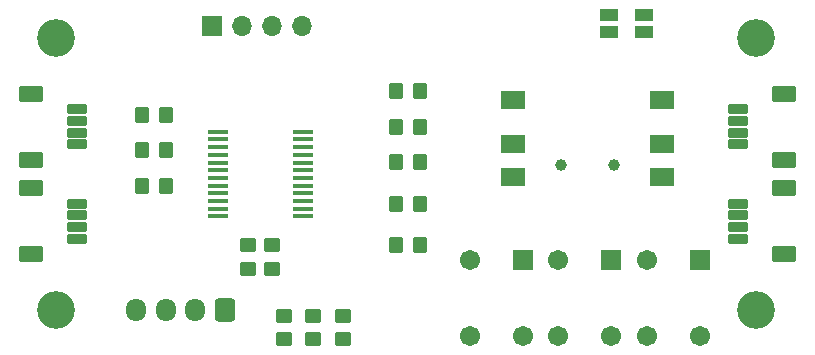
<source format=gbr>
%TF.GenerationSoftware,KiCad,Pcbnew,8.0.3*%
%TF.CreationDate,2024-10-26T21:30:25-07:00*%
%TF.ProjectId,oled_controller,6f6c6564-5f63-46f6-9e74-726f6c6c6572,rev?*%
%TF.SameCoordinates,Original*%
%TF.FileFunction,Soldermask,Top*%
%TF.FilePolarity,Negative*%
%FSLAX46Y46*%
G04 Gerber Fmt 4.6, Leading zero omitted, Abs format (unit mm)*
G04 Created by KiCad (PCBNEW 8.0.3) date 2024-10-26 21:30:25*
%MOMM*%
%LPD*%
G01*
G04 APERTURE LIST*
G04 Aperture macros list*
%AMRoundRect*
0 Rectangle with rounded corners*
0 $1 Rounding radius*
0 $2 $3 $4 $5 $6 $7 $8 $9 X,Y pos of 4 corners*
0 Add a 4 corners polygon primitive as box body*
4,1,4,$2,$3,$4,$5,$6,$7,$8,$9,$2,$3,0*
0 Add four circle primitives for the rounded corners*
1,1,$1+$1,$2,$3*
1,1,$1+$1,$4,$5*
1,1,$1+$1,$6,$7*
1,1,$1+$1,$8,$9*
0 Add four rect primitives between the rounded corners*
20,1,$1+$1,$2,$3,$4,$5,0*
20,1,$1+$1,$4,$5,$6,$7,0*
20,1,$1+$1,$6,$7,$8,$9,0*
20,1,$1+$1,$8,$9,$2,$3,0*%
G04 Aperture macros list end*
%ADD10C,1.000000*%
%ADD11R,2.000000X1.500000*%
%ADD12RoundRect,0.250000X0.450000X-0.350000X0.450000X0.350000X-0.450000X0.350000X-0.450000X-0.350000X0*%
%ADD13C,3.200000*%
%ADD14RoundRect,0.250000X-0.350000X-0.450000X0.350000X-0.450000X0.350000X0.450000X-0.350000X0.450000X0*%
%ADD15RoundRect,0.102000X0.775000X-0.300000X0.775000X0.300000X-0.775000X0.300000X-0.775000X-0.300000X0*%
%ADD16RoundRect,0.102000X0.900000X-0.600000X0.900000X0.600000X-0.900000X0.600000X-0.900000X-0.600000X0*%
%ADD17RoundRect,0.102000X-0.754000X0.754000X-0.754000X-0.754000X0.754000X-0.754000X0.754000X0.754000X0*%
%ADD18C,1.712000*%
%ADD19RoundRect,0.250000X-0.450000X0.350000X-0.450000X-0.350000X0.450000X-0.350000X0.450000X0.350000X0*%
%ADD20R,1.500000X1.100000*%
%ADD21R,1.750000X0.450000*%
%ADD22RoundRect,0.102000X-0.775000X0.300000X-0.775000X-0.300000X0.775000X-0.300000X0.775000X0.300000X0*%
%ADD23RoundRect,0.102000X-0.900000X0.600000X-0.900000X-0.600000X0.900000X-0.600000X0.900000X0.600000X0*%
%ADD24R,1.700000X1.700000*%
%ADD25O,1.700000X1.700000*%
%ADD26RoundRect,0.250000X0.350000X0.450000X-0.350000X0.450000X-0.350000X-0.450000X0.350000X-0.450000X0*%
%ADD27RoundRect,0.250000X0.600000X0.725000X-0.600000X0.725000X-0.600000X-0.725000X0.600000X-0.725000X0*%
%ADD28O,1.700000X1.950000*%
G04 APERTURE END LIST*
D10*
%TO.C,S1*%
X97000000Y-65250000D03*
X101500000Y-65250000D03*
D11*
X92950000Y-59750000D03*
X92950000Y-63450000D03*
X92950000Y-66250000D03*
X105550000Y-66250000D03*
X105550000Y-63450000D03*
X105550000Y-59750000D03*
%TD*%
D12*
%TO.C,R13*%
X70500000Y-74000000D03*
X70500000Y-72000000D03*
%TD*%
D13*
%TO.C,H4*%
X113500000Y-77500000D03*
%TD*%
D14*
%TO.C,R11*%
X61500000Y-67000000D03*
X63500000Y-67000000D03*
%TD*%
D15*
%TO.C,J3*%
X112000000Y-63500000D03*
X112000000Y-62500000D03*
X112000000Y-61500000D03*
X112000000Y-60500000D03*
D16*
X115875000Y-64800000D03*
X115875000Y-59200000D03*
%TD*%
D14*
%TO.C,R9*%
X61500000Y-61000000D03*
X63500000Y-61000000D03*
%TD*%
D17*
%TO.C,B1*%
X93750000Y-73250000D03*
D18*
X93750000Y-79750000D03*
X89250000Y-73250000D03*
X89250000Y-79750000D03*
%TD*%
D19*
%TO.C,R1*%
X78500000Y-78000000D03*
X78500000Y-80000000D03*
%TD*%
D12*
%TO.C,R12*%
X72500000Y-74000000D03*
X72500000Y-72000000D03*
%TD*%
D20*
%TO.C,D1*%
X101000000Y-52500000D03*
X104000000Y-52500000D03*
X104000000Y-54000000D03*
X101000000Y-54000000D03*
%TD*%
D21*
%TO.C,U2*%
X75100000Y-69575000D03*
X75100000Y-68925000D03*
X75100000Y-68275000D03*
X75100000Y-67625000D03*
X75100000Y-66975000D03*
X75100000Y-66325000D03*
X75100000Y-65675000D03*
X75100000Y-65025000D03*
X75100000Y-64375000D03*
X75100000Y-63725000D03*
X75100000Y-63075000D03*
X75100000Y-62425000D03*
X67900000Y-62425000D03*
X67900000Y-63075000D03*
X67900000Y-63725000D03*
X67900000Y-64375000D03*
X67900000Y-65025000D03*
X67900000Y-65675000D03*
X67900000Y-66325000D03*
X67900000Y-66975000D03*
X67900000Y-67625000D03*
X67900000Y-68275000D03*
X67900000Y-68925000D03*
X67900000Y-69575000D03*
%TD*%
D19*
%TO.C,R8*%
X73500000Y-78000000D03*
X73500000Y-80000000D03*
%TD*%
D17*
%TO.C,B2*%
X101250000Y-73250000D03*
D18*
X101250000Y-79750000D03*
X96750000Y-73250000D03*
X96750000Y-79750000D03*
%TD*%
D12*
%TO.C,R7*%
X76000000Y-80000000D03*
X76000000Y-78000000D03*
%TD*%
D14*
%TO.C,R3*%
X83000000Y-65000000D03*
X85000000Y-65000000D03*
%TD*%
%TO.C,R4*%
X83000000Y-68500000D03*
X85000000Y-68500000D03*
%TD*%
D22*
%TO.C,J8*%
X56000000Y-68500000D03*
X56000000Y-69500000D03*
X56000000Y-70500000D03*
X56000000Y-71500000D03*
D23*
X52125000Y-67200000D03*
X52125000Y-72800000D03*
%TD*%
D13*
%TO.C,H2*%
X113500000Y-54500000D03*
%TD*%
D15*
%TO.C,J4*%
X112000000Y-71500000D03*
X112000000Y-70500000D03*
X112000000Y-69500000D03*
X112000000Y-68500000D03*
D16*
X115875000Y-72800000D03*
X115875000Y-67200000D03*
%TD*%
D24*
%TO.C,J7*%
X67420000Y-53500000D03*
D25*
X69960000Y-53500000D03*
X72500000Y-53500000D03*
X75040000Y-53500000D03*
%TD*%
D26*
%TO.C,R6*%
X85000000Y-72000000D03*
X83000000Y-72000000D03*
%TD*%
D14*
%TO.C,R10*%
X61500000Y-64000000D03*
X63500000Y-64000000D03*
%TD*%
D13*
%TO.C,H1*%
X54250000Y-54500000D03*
%TD*%
D14*
%TO.C,R2*%
X83000000Y-62000000D03*
X85000000Y-62000000D03*
%TD*%
D17*
%TO.C,B3*%
X108750000Y-73250000D03*
D18*
X108750000Y-79750000D03*
X104250000Y-73250000D03*
X104250000Y-79750000D03*
%TD*%
D22*
%TO.C,J1*%
X56000000Y-60500000D03*
X56000000Y-61500000D03*
X56000000Y-62500000D03*
X56000000Y-63500000D03*
D23*
X52125000Y-59200000D03*
X52125000Y-64800000D03*
%TD*%
D13*
%TO.C,H3*%
X54250000Y-77500000D03*
%TD*%
D26*
%TO.C,R5*%
X85000000Y-59000000D03*
X83000000Y-59000000D03*
%TD*%
D27*
%TO.C,J2*%
X68500000Y-77500000D03*
D28*
X66000000Y-77500000D03*
X63500000Y-77500000D03*
X61000000Y-77500000D03*
%TD*%
M02*

</source>
